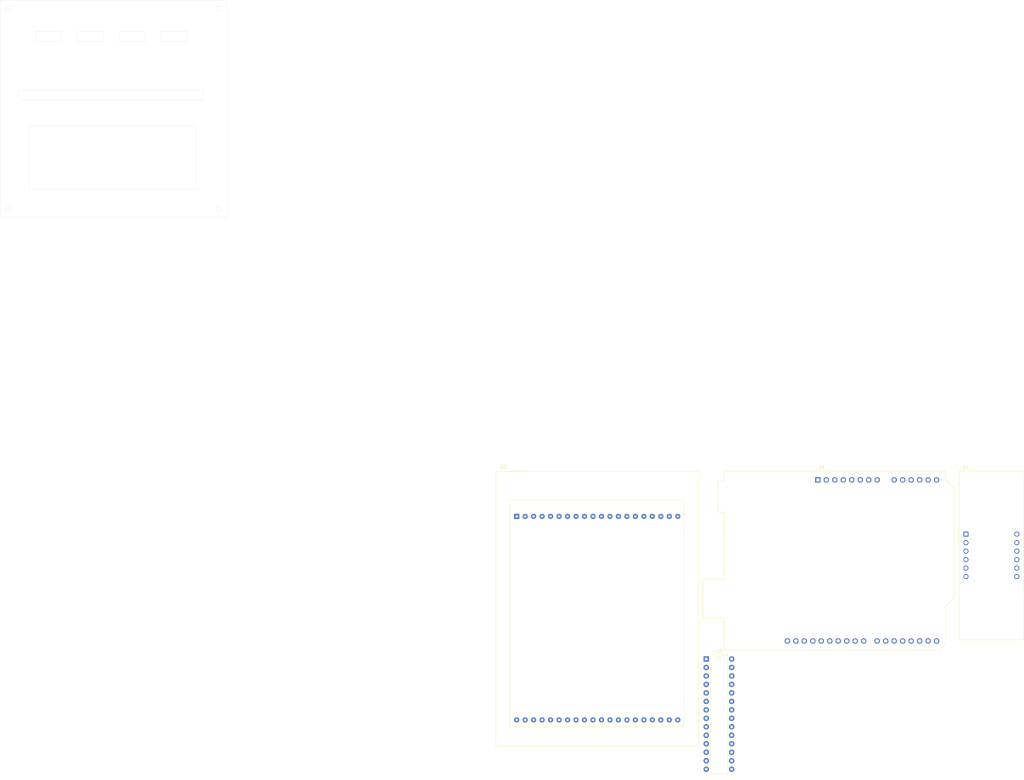
<source format=kicad_pcb>
(kicad_pcb (version 20171130) (host pcbnew "(5.1.7)-1")

  (general
    (thickness 1.6)
    (drawings 0)
    (tracks 0)
    (zones 0)
    (modules 4)
    (nets 113)
  )

  (page A4)
  (layers
    (0 F.Cu signal)
    (31 B.Cu signal)
    (32 B.Adhes user)
    (33 F.Adhes user)
    (34 B.Paste user)
    (35 F.Paste user)
    (36 B.SilkS user)
    (37 F.SilkS user)
    (38 B.Mask user)
    (39 F.Mask user)
    (40 Dwgs.User user)
    (41 Cmts.User user)
    (42 Eco1.User user)
    (43 Eco2.User user)
    (44 Edge.Cuts user)
    (45 Margin user)
    (46 B.CrtYd user)
    (47 F.CrtYd user)
    (48 B.Fab user)
    (49 F.Fab user)
  )

  (setup
    (last_trace_width 0.25)
    (trace_clearance 0.2)
    (zone_clearance 0.508)
    (zone_45_only no)
    (trace_min 0.2)
    (via_size 0.8)
    (via_drill 0.4)
    (via_min_size 0.4)
    (via_min_drill 0.3)
    (uvia_size 0.3)
    (uvia_drill 0.1)
    (uvias_allowed no)
    (uvia_min_size 0.2)
    (uvia_min_drill 0.1)
    (edge_width 0.05)
    (segment_width 0.2)
    (pcb_text_width 0.3)
    (pcb_text_size 1.5 1.5)
    (mod_edge_width 0.12)
    (mod_text_size 1 1)
    (mod_text_width 0.15)
    (pad_size 1.524 1.524)
    (pad_drill 0.762)
    (pad_to_mask_clearance 0)
    (aux_axis_origin 0 0)
    (visible_elements FFFFFF7F)
    (pcbplotparams
      (layerselection 0x010fc_ffffffff)
      (usegerberextensions false)
      (usegerberattributes true)
      (usegerberadvancedattributes true)
      (creategerberjobfile true)
      (excludeedgelayer true)
      (linewidth 0.100000)
      (plotframeref false)
      (viasonmask false)
      (mode 1)
      (useauxorigin false)
      (hpglpennumber 1)
      (hpglpenspeed 20)
      (hpglpendiameter 15.000000)
      (psnegative false)
      (psa4output false)
      (plotreference true)
      (plotvalue true)
      (plotinvisibletext false)
      (padsonsilk false)
      (subtractmaskfromsilk false)
      (outputformat 1)
      (mirror false)
      (drillshape 1)
      (scaleselection 1)
      (outputdirectory ""))
  )

  (net 0 "")
  (net 1 "Net-(A1-Pad16)")
  (net 2 "Net-(A1-Pad15)")
  (net 3 "Net-(A1-Pad30)")
  (net 4 "Net-(A1-Pad14)")
  (net 5 "Net-(A1-Pad29)")
  (net 6 "Net-(A1-Pad13)")
  (net 7 "Net-(A1-Pad28)")
  (net 8 "Net-(A1-Pad12)")
  (net 9 "Net-(A1-Pad27)")
  (net 10 "Net-(A1-Pad11)")
  (net 11 "Net-(A1-Pad26)")
  (net 12 "Net-(A1-Pad10)")
  (net 13 "Net-(A1-Pad25)")
  (net 14 "Net-(A1-Pad9)")
  (net 15 "Net-(A1-Pad24)")
  (net 16 "Net-(A1-Pad8)")
  (net 17 "Net-(A1-Pad23)")
  (net 18 "Net-(A1-Pad7)")
  (net 19 "Net-(A1-Pad22)")
  (net 20 "Net-(A1-Pad6)")
  (net 21 "Net-(A1-Pad21)")
  (net 22 "Net-(A1-Pad5)")
  (net 23 "Net-(A1-Pad20)")
  (net 24 "Net-(A1-Pad4)")
  (net 25 "Net-(A1-Pad19)")
  (net 26 "Net-(A1-Pad3)")
  (net 27 "Net-(A1-Pad18)")
  (net 28 "Net-(A1-Pad2)")
  (net 29 "Net-(A1-Pad17)")
  (net 30 "Net-(A1-Pad1)")
  (net 31 "Net-(A1-Pad31)")
  (net 32 "Net-(A1-Pad32)")
  (net 33 "Net-(U1-Pad12)")
  (net 34 "Net-(U1-Pad11)")
  (net 35 "Net-(U1-Pad10)")
  (net 36 "Net-(U1-Pad9)")
  (net 37 "Net-(U1-Pad8)")
  (net 38 "Net-(U1-Pad7)")
  (net 39 "Net-(U1-Pad6)")
  (net 40 "Net-(U1-Pad5)")
  (net 41 "Net-(U1-Pad4)")
  (net 42 "Net-(U1-Pad3)")
  (net 43 "Net-(U1-Pad2)")
  (net 44 "Net-(U1-Pad1)")
  (net 45 "Net-(U2-Pad28)")
  (net 46 "Net-(U2-Pad14)")
  (net 47 "Net-(U2-Pad27)")
  (net 48 "Net-(U2-Pad13)")
  (net 49 "Net-(U2-Pad26)")
  (net 50 "Net-(U2-Pad12)")
  (net 51 "Net-(U2-Pad25)")
  (net 52 "Net-(U2-Pad11)")
  (net 53 "Net-(U2-Pad24)")
  (net 54 "Net-(U2-Pad10)")
  (net 55 "Net-(U2-Pad23)")
  (net 56 "Net-(U2-Pad9)")
  (net 57 "Net-(U2-Pad22)")
  (net 58 "Net-(U2-Pad8)")
  (net 59 "Net-(U2-Pad21)")
  (net 60 "Net-(U2-Pad7)")
  (net 61 "Net-(U2-Pad20)")
  (net 62 "Net-(U2-Pad6)")
  (net 63 "Net-(U2-Pad19)")
  (net 64 "Net-(U2-Pad5)")
  (net 65 "Net-(U2-Pad18)")
  (net 66 "Net-(U2-Pad4)")
  (net 67 "Net-(U2-Pad17)")
  (net 68 "Net-(U2-Pad3)")
  (net 69 "Net-(U2-Pad16)")
  (net 70 "Net-(U2-Pad2)")
  (net 71 "Net-(U2-Pad15)")
  (net 72 "Net-(U2-Pad1)")
  (net 73 "Net-(U3-Pad40)")
  (net 74 "Net-(U3-Pad39)")
  (net 75 "Net-(U3-Pad38)")
  (net 76 "Net-(U3-Pad37)")
  (net 77 "Net-(U3-Pad36)")
  (net 78 "Net-(U3-Pad35)")
  (net 79 "Net-(U3-Pad34)")
  (net 80 "Net-(U3-Pad33)")
  (net 81 "Net-(U3-Pad32)")
  (net 82 "Net-(U3-Pad31)")
  (net 83 "Net-(U3-Pad30)")
  (net 84 "Net-(U3-Pad29)")
  (net 85 "Net-(U3-Pad28)")
  (net 86 "Net-(U3-Pad27)")
  (net 87 "Net-(U3-Pad26)")
  (net 88 "Net-(U3-Pad25)")
  (net 89 "Net-(U3-Pad24)")
  (net 90 "Net-(U3-Pad23)")
  (net 91 "Net-(U3-Pad22)")
  (net 92 "Net-(U3-Pad21)")
  (net 93 "Net-(U3-Pad20)")
  (net 94 "Net-(U3-Pad19)")
  (net 95 "Net-(U3-Pad18)")
  (net 96 "Net-(U3-Pad17)")
  (net 97 "Net-(U3-Pad16)")
  (net 98 "Net-(U3-Pad15)")
  (net 99 "Net-(U3-Pad14)")
  (net 100 "Net-(U3-Pad13)")
  (net 101 "Net-(U3-Pad12)")
  (net 102 "Net-(U3-Pad11)")
  (net 103 "Net-(U3-Pad10)")
  (net 104 "Net-(U3-Pad9)")
  (net 105 "Net-(U3-Pad8)")
  (net 106 "Net-(U3-Pad7)")
  (net 107 "Net-(U3-Pad6)")
  (net 108 "Net-(U3-Pad5)")
  (net 109 "Net-(U3-Pad4)")
  (net 110 "Net-(U3-Pad3)")
  (net 111 "Net-(U3-Pad2)")
  (net 112 "Net-(U3-Pad1)")

  (net_class Default "This is the default net class."
    (clearance 0.2)
    (trace_width 0.25)
    (via_dia 0.8)
    (via_drill 0.4)
    (uvia_dia 0.3)
    (uvia_drill 0.1)
    (add_net "Net-(A1-Pad1)")
    (add_net "Net-(A1-Pad10)")
    (add_net "Net-(A1-Pad11)")
    (add_net "Net-(A1-Pad12)")
    (add_net "Net-(A1-Pad13)")
    (add_net "Net-(A1-Pad14)")
    (add_net "Net-(A1-Pad15)")
    (add_net "Net-(A1-Pad16)")
    (add_net "Net-(A1-Pad17)")
    (add_net "Net-(A1-Pad18)")
    (add_net "Net-(A1-Pad19)")
    (add_net "Net-(A1-Pad2)")
    (add_net "Net-(A1-Pad20)")
    (add_net "Net-(A1-Pad21)")
    (add_net "Net-(A1-Pad22)")
    (add_net "Net-(A1-Pad23)")
    (add_net "Net-(A1-Pad24)")
    (add_net "Net-(A1-Pad25)")
    (add_net "Net-(A1-Pad26)")
    (add_net "Net-(A1-Pad27)")
    (add_net "Net-(A1-Pad28)")
    (add_net "Net-(A1-Pad29)")
    (add_net "Net-(A1-Pad3)")
    (add_net "Net-(A1-Pad30)")
    (add_net "Net-(A1-Pad31)")
    (add_net "Net-(A1-Pad32)")
    (add_net "Net-(A1-Pad4)")
    (add_net "Net-(A1-Pad5)")
    (add_net "Net-(A1-Pad6)")
    (add_net "Net-(A1-Pad7)")
    (add_net "Net-(A1-Pad8)")
    (add_net "Net-(A1-Pad9)")
    (add_net "Net-(U1-Pad1)")
    (add_net "Net-(U1-Pad10)")
    (add_net "Net-(U1-Pad11)")
    (add_net "Net-(U1-Pad12)")
    (add_net "Net-(U1-Pad2)")
    (add_net "Net-(U1-Pad3)")
    (add_net "Net-(U1-Pad4)")
    (add_net "Net-(U1-Pad5)")
    (add_net "Net-(U1-Pad6)")
    (add_net "Net-(U1-Pad7)")
    (add_net "Net-(U1-Pad8)")
    (add_net "Net-(U1-Pad9)")
    (add_net "Net-(U2-Pad1)")
    (add_net "Net-(U2-Pad10)")
    (add_net "Net-(U2-Pad11)")
    (add_net "Net-(U2-Pad12)")
    (add_net "Net-(U2-Pad13)")
    (add_net "Net-(U2-Pad14)")
    (add_net "Net-(U2-Pad15)")
    (add_net "Net-(U2-Pad16)")
    (add_net "Net-(U2-Pad17)")
    (add_net "Net-(U2-Pad18)")
    (add_net "Net-(U2-Pad19)")
    (add_net "Net-(U2-Pad2)")
    (add_net "Net-(U2-Pad20)")
    (add_net "Net-(U2-Pad21)")
    (add_net "Net-(U2-Pad22)")
    (add_net "Net-(U2-Pad23)")
    (add_net "Net-(U2-Pad24)")
    (add_net "Net-(U2-Pad25)")
    (add_net "Net-(U2-Pad26)")
    (add_net "Net-(U2-Pad27)")
    (add_net "Net-(U2-Pad28)")
    (add_net "Net-(U2-Pad3)")
    (add_net "Net-(U2-Pad4)")
    (add_net "Net-(U2-Pad5)")
    (add_net "Net-(U2-Pad6)")
    (add_net "Net-(U2-Pad7)")
    (add_net "Net-(U2-Pad8)")
    (add_net "Net-(U2-Pad9)")
    (add_net "Net-(U3-Pad1)")
    (add_net "Net-(U3-Pad10)")
    (add_net "Net-(U3-Pad11)")
    (add_net "Net-(U3-Pad12)")
    (add_net "Net-(U3-Pad13)")
    (add_net "Net-(U3-Pad14)")
    (add_net "Net-(U3-Pad15)")
    (add_net "Net-(U3-Pad16)")
    (add_net "Net-(U3-Pad17)")
    (add_net "Net-(U3-Pad18)")
    (add_net "Net-(U3-Pad19)")
    (add_net "Net-(U3-Pad2)")
    (add_net "Net-(U3-Pad20)")
    (add_net "Net-(U3-Pad21)")
    (add_net "Net-(U3-Pad22)")
    (add_net "Net-(U3-Pad23)")
    (add_net "Net-(U3-Pad24)")
    (add_net "Net-(U3-Pad25)")
    (add_net "Net-(U3-Pad26)")
    (add_net "Net-(U3-Pad27)")
    (add_net "Net-(U3-Pad28)")
    (add_net "Net-(U3-Pad29)")
    (add_net "Net-(U3-Pad3)")
    (add_net "Net-(U3-Pad30)")
    (add_net "Net-(U3-Pad31)")
    (add_net "Net-(U3-Pad32)")
    (add_net "Net-(U3-Pad33)")
    (add_net "Net-(U3-Pad34)")
    (add_net "Net-(U3-Pad35)")
    (add_net "Net-(U3-Pad36)")
    (add_net "Net-(U3-Pad37)")
    (add_net "Net-(U3-Pad38)")
    (add_net "Net-(U3-Pad39)")
    (add_net "Net-(U3-Pad4)")
    (add_net "Net-(U3-Pad40)")
    (add_net "Net-(U3-Pad5)")
    (add_net "Net-(U3-Pad6)")
    (add_net "Net-(U3-Pad7)")
    (add_net "Net-(U3-Pad8)")
    (add_net "Net-(U3-Pad9)")
  )

  (module Display:EA_eDIPTFT32-XXX (layer F.Cu) (tedit 5A02FE80) (tstamp 60143AB3)
    (at 97.74 56.655)
    (descr "TFT-graphic display 320x240 16 bit colour with led backlight http://www.lcd-module.com/fileadmin/eng/pdf/grafik/ediptft32-ae.pdf")
    (tags "TFT-graphic display 320x240 16 bit colour with led backlight")
    (path /60139C7A)
    (fp_text reference U3 (at -4.07924 -14.84122) (layer F.SilkS)
      (effects (font (size 1 1) (thickness 0.15)))
    )
    (fp_text value "TFT LCD" (at 1.1176 69.92874 180) (layer F.Fab)
      (effects (font (size 1 1) (thickness 0.15)))
    )
    (fp_text user %R (at 24.4983 28.6131) (layer F.Fab)
      (effects (font (size 1 1) (thickness 0.15)))
    )
    (fp_line (start 3 -13.69) (end -2 -13.69) (layer F.SilkS) (width 0.12))
    (fp_line (start -6.37 -13.57) (end -6.37 68.93) (layer F.CrtYd) (width 0.05))
    (fp_line (start -6.37 68.93) (end 54.63 68.93) (layer F.CrtYd) (width 0.05))
    (fp_line (start 54.63 68.93) (end 54.63 -13.57) (layer F.CrtYd) (width 0.05))
    (fp_line (start 54.63 -13.57) (end -6.37 -13.57) (layer F.CrtYd) (width 0.05))
    (fp_line (start -6.24 -13.44) (end -6.24 68.8) (layer F.SilkS) (width 0.12))
    (fp_line (start -6.24 68.8) (end 54.5 68.8) (layer F.SilkS) (width 0.12))
    (fp_line (start 54.5 68.8) (end 54.5 -13.44) (layer F.SilkS) (width 0.12))
    (fp_line (start 54.5 -13.44) (end -6.24 -13.44) (layer F.SilkS) (width 0.12))
    (fp_line (start -2 -5) (end -2 63) (layer F.SilkS) (width 0.12))
    (fp_line (start -2 63) (end 50 63) (layer F.SilkS) (width 0.12))
    (fp_line (start 50 63) (end 50 -5) (layer F.SilkS) (width 0.12))
    (fp_line (start 50 -5) (end -2 -5) (layer F.SilkS) (width 0.12))
    (fp_line (start -1 -13.32) (end -6.12 -13.32) (layer F.Fab) (width 0.1))
    (fp_line (start 0 -12.32) (end -1 -13.32) (layer F.Fab) (width 0.1))
    (fp_line (start 1 -13.32) (end 0 -12.32) (layer F.Fab) (width 0.1))
    (fp_line (start -6.12 -13.32) (end -6.12 68.68) (layer F.Fab) (width 0.1))
    (fp_line (start -6.12 68.68) (end 54.38 68.68) (layer F.Fab) (width 0.1))
    (fp_line (start 54.38 68.68) (end 54.38 -13.32) (layer F.Fab) (width 0.1))
    (fp_line (start 54.38 -13.32) (end 1 -13.32) (layer F.Fab) (width 0.1))
    (pad 40 thru_hole circle (at 0 60.96 90) (size 1.524 1.524) (drill 0.7) (layers *.Cu *.Mask)
      (net 73 "Net-(U3-Pad40)"))
    (pad 39 thru_hole circle (at 2.54 60.96 90) (size 1.524 1.524) (drill 0.7) (layers *.Cu *.Mask)
      (net 74 "Net-(U3-Pad39)"))
    (pad 38 thru_hole circle (at 5.08 60.96 90) (size 1.524 1.524) (drill 0.7) (layers *.Cu *.Mask)
      (net 75 "Net-(U3-Pad38)"))
    (pad 37 thru_hole circle (at 7.62 60.96 90) (size 1.524 1.524) (drill 0.7) (layers *.Cu *.Mask)
      (net 76 "Net-(U3-Pad37)"))
    (pad 36 thru_hole circle (at 10.16 60.96 90) (size 1.524 1.524) (drill 0.7) (layers *.Cu *.Mask)
      (net 77 "Net-(U3-Pad36)"))
    (pad 35 thru_hole circle (at 12.7 60.96 90) (size 1.524 1.524) (drill 0.7) (layers *.Cu *.Mask)
      (net 78 "Net-(U3-Pad35)"))
    (pad 34 thru_hole circle (at 15.24 60.96 90) (size 1.524 1.524) (drill 0.7) (layers *.Cu *.Mask)
      (net 79 "Net-(U3-Pad34)"))
    (pad 33 thru_hole circle (at 17.78 60.96 90) (size 1.524 1.524) (drill 0.7) (layers *.Cu *.Mask)
      (net 80 "Net-(U3-Pad33)"))
    (pad 32 thru_hole circle (at 20.32 60.96 90) (size 1.524 1.524) (drill 0.7) (layers *.Cu *.Mask)
      (net 81 "Net-(U3-Pad32)"))
    (pad 31 thru_hole circle (at 22.86 60.96 90) (size 1.524 1.524) (drill 0.7) (layers *.Cu *.Mask)
      (net 82 "Net-(U3-Pad31)"))
    (pad 30 thru_hole circle (at 25.4 60.96 90) (size 1.524 1.524) (drill 0.7) (layers *.Cu *.Mask)
      (net 83 "Net-(U3-Pad30)"))
    (pad 29 thru_hole circle (at 27.94 60.96 90) (size 1.524 1.524) (drill 0.7) (layers *.Cu *.Mask)
      (net 84 "Net-(U3-Pad29)"))
    (pad 28 thru_hole circle (at 30.48 60.96 90) (size 1.524 1.524) (drill 0.7) (layers *.Cu *.Mask)
      (net 85 "Net-(U3-Pad28)"))
    (pad 27 thru_hole circle (at 33.02 60.96 90) (size 1.524 1.524) (drill 0.7) (layers *.Cu *.Mask)
      (net 86 "Net-(U3-Pad27)"))
    (pad 26 thru_hole circle (at 35.56 60.96 90) (size 1.524 1.524) (drill 0.7) (layers *.Cu *.Mask)
      (net 87 "Net-(U3-Pad26)"))
    (pad 25 thru_hole circle (at 38.1 60.96 90) (size 1.524 1.524) (drill 0.7) (layers *.Cu *.Mask)
      (net 88 "Net-(U3-Pad25)"))
    (pad 24 thru_hole circle (at 40.64 60.96 90) (size 1.524 1.524) (drill 0.7) (layers *.Cu *.Mask)
      (net 89 "Net-(U3-Pad24)"))
    (pad 23 thru_hole circle (at 43.18 60.96 90) (size 1.524 1.524) (drill 0.7) (layers *.Cu *.Mask)
      (net 90 "Net-(U3-Pad23)"))
    (pad 22 thru_hole circle (at 45.72 60.96 90) (size 1.524 1.524) (drill 0.7) (layers *.Cu *.Mask)
      (net 91 "Net-(U3-Pad22)"))
    (pad 21 thru_hole circle (at 48.26 60.96 90) (size 1.524 1.524) (drill 0.7) (layers *.Cu *.Mask)
      (net 92 "Net-(U3-Pad21)"))
    (pad 20 thru_hole circle (at 48.26 0 90) (size 1.524 1.524) (drill 0.7) (layers *.Cu *.Mask)
      (net 93 "Net-(U3-Pad20)"))
    (pad 19 thru_hole circle (at 45.72 0 90) (size 1.524 1.524) (drill 0.7) (layers *.Cu *.Mask)
      (net 94 "Net-(U3-Pad19)"))
    (pad 18 thru_hole circle (at 43.18 0 90) (size 1.524 1.524) (drill 0.7) (layers *.Cu *.Mask)
      (net 95 "Net-(U3-Pad18)"))
    (pad 17 thru_hole circle (at 40.64 0 90) (size 1.524 1.524) (drill 0.7) (layers *.Cu *.Mask)
      (net 96 "Net-(U3-Pad17)"))
    (pad 16 thru_hole circle (at 38.1 0 90) (size 1.524 1.524) (drill 0.7) (layers *.Cu *.Mask)
      (net 97 "Net-(U3-Pad16)"))
    (pad 15 thru_hole circle (at 35.56 0 90) (size 1.524 1.524) (drill 0.7) (layers *.Cu *.Mask)
      (net 98 "Net-(U3-Pad15)"))
    (pad 14 thru_hole circle (at 33.02 0 90) (size 1.524 1.524) (drill 0.7) (layers *.Cu *.Mask)
      (net 99 "Net-(U3-Pad14)"))
    (pad 13 thru_hole circle (at 30.48 0 90) (size 1.524 1.524) (drill 0.7) (layers *.Cu *.Mask)
      (net 100 "Net-(U3-Pad13)"))
    (pad 12 thru_hole circle (at 27.94 0 90) (size 1.524 1.524) (drill 0.7) (layers *.Cu *.Mask)
      (net 101 "Net-(U3-Pad12)"))
    (pad 11 thru_hole circle (at 25.4 0 90) (size 1.524 1.524) (drill 0.7) (layers *.Cu *.Mask)
      (net 102 "Net-(U3-Pad11)"))
    (pad 10 thru_hole circle (at 22.86 0 90) (size 1.524 1.524) (drill 0.7) (layers *.Cu *.Mask)
      (net 103 "Net-(U3-Pad10)"))
    (pad 9 thru_hole circle (at 20.32 0 90) (size 1.524 1.524) (drill 0.7) (layers *.Cu *.Mask)
      (net 104 "Net-(U3-Pad9)"))
    (pad 8 thru_hole circle (at 17.78 0 90) (size 1.524 1.524) (drill 0.7) (layers *.Cu *.Mask)
      (net 105 "Net-(U3-Pad8)"))
    (pad 7 thru_hole circle (at 15.24 0 90) (size 1.524 1.524) (drill 0.7) (layers *.Cu *.Mask)
      (net 106 "Net-(U3-Pad7)"))
    (pad 6 thru_hole circle (at 12.7 0 90) (size 1.524 1.524) (drill 0.7) (layers *.Cu *.Mask)
      (net 107 "Net-(U3-Pad6)"))
    (pad 5 thru_hole circle (at 10.16 0 90) (size 1.524 1.524) (drill 0.7) (layers *.Cu *.Mask)
      (net 108 "Net-(U3-Pad5)"))
    (pad 4 thru_hole circle (at 7.62 0 90) (size 1.524 1.524) (drill 0.7) (layers *.Cu *.Mask)
      (net 109 "Net-(U3-Pad4)"))
    (pad 3 thru_hole circle (at 5.08 0 90) (size 1.524 1.524) (drill 0.7) (layers *.Cu *.Mask)
      (net 110 "Net-(U3-Pad3)"))
    (pad 2 thru_hole circle (at 2.54 0 90) (size 1.524 1.524) (drill 0.7) (layers *.Cu *.Mask)
      (net 111 "Net-(U3-Pad2)"))
    (pad 1 thru_hole rect (at 0 0) (size 1.524 1.524) (drill 0.7) (layers *.Cu *.Mask)
      (net 112 "Net-(U3-Pad1)"))
    (model ${KISYS3DMOD}/Display.3dshapes/EA_eDIPTFT32-XXX.wrl
      (at (xyz 0 0 0))
      (scale (xyz 1 1 1))
      (rotate (xyz 0 0 0))
    )
  )

  (module Package_DIP:DIP-28_W7.62mm (layer F.Cu) (tedit 5A02E8C5) (tstamp 60143A72)
    (at 154.52 99.37)
    (descr "28-lead though-hole mounted DIP package, row spacing 7.62 mm (300 mils)")
    (tags "THT DIP DIL PDIP 2.54mm 7.62mm 300mil")
    (path /60138A73)
    (fp_text reference U2 (at 3.81 -2.33) (layer F.SilkS)
      (effects (font (size 1 1) (thickness 0.15)))
    )
    (fp_text value "MCP23017_SP Expander Module" (at 3.81 35.35) (layer F.Fab)
      (effects (font (size 1 1) (thickness 0.15)))
    )
    (fp_text user %R (at 3.81 16.51) (layer F.Fab)
      (effects (font (size 1 1) (thickness 0.15)))
    )
    (fp_arc (start 3.81 -1.33) (end 2.81 -1.33) (angle -180) (layer F.SilkS) (width 0.12))
    (fp_line (start 1.635 -1.27) (end 6.985 -1.27) (layer F.Fab) (width 0.1))
    (fp_line (start 6.985 -1.27) (end 6.985 34.29) (layer F.Fab) (width 0.1))
    (fp_line (start 6.985 34.29) (end 0.635 34.29) (layer F.Fab) (width 0.1))
    (fp_line (start 0.635 34.29) (end 0.635 -0.27) (layer F.Fab) (width 0.1))
    (fp_line (start 0.635 -0.27) (end 1.635 -1.27) (layer F.Fab) (width 0.1))
    (fp_line (start 2.81 -1.33) (end 1.16 -1.33) (layer F.SilkS) (width 0.12))
    (fp_line (start 1.16 -1.33) (end 1.16 34.35) (layer F.SilkS) (width 0.12))
    (fp_line (start 1.16 34.35) (end 6.46 34.35) (layer F.SilkS) (width 0.12))
    (fp_line (start 6.46 34.35) (end 6.46 -1.33) (layer F.SilkS) (width 0.12))
    (fp_line (start 6.46 -1.33) (end 4.81 -1.33) (layer F.SilkS) (width 0.12))
    (fp_line (start -1.1 -1.55) (end -1.1 34.55) (layer F.CrtYd) (width 0.05))
    (fp_line (start -1.1 34.55) (end 8.7 34.55) (layer F.CrtYd) (width 0.05))
    (fp_line (start 8.7 34.55) (end 8.7 -1.55) (layer F.CrtYd) (width 0.05))
    (fp_line (start 8.7 -1.55) (end -1.1 -1.55) (layer F.CrtYd) (width 0.05))
    (pad 28 thru_hole oval (at 7.62 0) (size 1.6 1.6) (drill 0.8) (layers *.Cu *.Mask)
      (net 45 "Net-(U2-Pad28)"))
    (pad 14 thru_hole oval (at 0 33.02) (size 1.6 1.6) (drill 0.8) (layers *.Cu *.Mask)
      (net 46 "Net-(U2-Pad14)"))
    (pad 27 thru_hole oval (at 7.62 2.54) (size 1.6 1.6) (drill 0.8) (layers *.Cu *.Mask)
      (net 47 "Net-(U2-Pad27)"))
    (pad 13 thru_hole oval (at 0 30.48) (size 1.6 1.6) (drill 0.8) (layers *.Cu *.Mask)
      (net 48 "Net-(U2-Pad13)"))
    (pad 26 thru_hole oval (at 7.62 5.08) (size 1.6 1.6) (drill 0.8) (layers *.Cu *.Mask)
      (net 49 "Net-(U2-Pad26)"))
    (pad 12 thru_hole oval (at 0 27.94) (size 1.6 1.6) (drill 0.8) (layers *.Cu *.Mask)
      (net 50 "Net-(U2-Pad12)"))
    (pad 25 thru_hole oval (at 7.62 7.62) (size 1.6 1.6) (drill 0.8) (layers *.Cu *.Mask)
      (net 51 "Net-(U2-Pad25)"))
    (pad 11 thru_hole oval (at 0 25.4) (size 1.6 1.6) (drill 0.8) (layers *.Cu *.Mask)
      (net 52 "Net-(U2-Pad11)"))
    (pad 24 thru_hole oval (at 7.62 10.16) (size 1.6 1.6) (drill 0.8) (layers *.Cu *.Mask)
      (net 53 "Net-(U2-Pad24)"))
    (pad 10 thru_hole oval (at 0 22.86) (size 1.6 1.6) (drill 0.8) (layers *.Cu *.Mask)
      (net 54 "Net-(U2-Pad10)"))
    (pad 23 thru_hole oval (at 7.62 12.7) (size 1.6 1.6) (drill 0.8) (layers *.Cu *.Mask)
      (net 55 "Net-(U2-Pad23)"))
    (pad 9 thru_hole oval (at 0 20.32) (size 1.6 1.6) (drill 0.8) (layers *.Cu *.Mask)
      (net 56 "Net-(U2-Pad9)"))
    (pad 22 thru_hole oval (at 7.62 15.24) (size 1.6 1.6) (drill 0.8) (layers *.Cu *.Mask)
      (net 57 "Net-(U2-Pad22)"))
    (pad 8 thru_hole oval (at 0 17.78) (size 1.6 1.6) (drill 0.8) (layers *.Cu *.Mask)
      (net 58 "Net-(U2-Pad8)"))
    (pad 21 thru_hole oval (at 7.62 17.78) (size 1.6 1.6) (drill 0.8) (layers *.Cu *.Mask)
      (net 59 "Net-(U2-Pad21)"))
    (pad 7 thru_hole oval (at 0 15.24) (size 1.6 1.6) (drill 0.8) (layers *.Cu *.Mask)
      (net 60 "Net-(U2-Pad7)"))
    (pad 20 thru_hole oval (at 7.62 20.32) (size 1.6 1.6) (drill 0.8) (layers *.Cu *.Mask)
      (net 61 "Net-(U2-Pad20)"))
    (pad 6 thru_hole oval (at 0 12.7) (size 1.6 1.6) (drill 0.8) (layers *.Cu *.Mask)
      (net 62 "Net-(U2-Pad6)"))
    (pad 19 thru_hole oval (at 7.62 22.86) (size 1.6 1.6) (drill 0.8) (layers *.Cu *.Mask)
      (net 63 "Net-(U2-Pad19)"))
    (pad 5 thru_hole oval (at 0 10.16) (size 1.6 1.6) (drill 0.8) (layers *.Cu *.Mask)
      (net 64 "Net-(U2-Pad5)"))
    (pad 18 thru_hole oval (at 7.62 25.4) (size 1.6 1.6) (drill 0.8) (layers *.Cu *.Mask)
      (net 65 "Net-(U2-Pad18)"))
    (pad 4 thru_hole oval (at 0 7.62) (size 1.6 1.6) (drill 0.8) (layers *.Cu *.Mask)
      (net 66 "Net-(U2-Pad4)"))
    (pad 17 thru_hole oval (at 7.62 27.94) (size 1.6 1.6) (drill 0.8) (layers *.Cu *.Mask)
      (net 67 "Net-(U2-Pad17)"))
    (pad 3 thru_hole oval (at 0 5.08) (size 1.6 1.6) (drill 0.8) (layers *.Cu *.Mask)
      (net 68 "Net-(U2-Pad3)"))
    (pad 16 thru_hole oval (at 7.62 30.48) (size 1.6 1.6) (drill 0.8) (layers *.Cu *.Mask)
      (net 69 "Net-(U2-Pad16)"))
    (pad 2 thru_hole oval (at 0 2.54) (size 1.6 1.6) (drill 0.8) (layers *.Cu *.Mask)
      (net 70 "Net-(U2-Pad2)"))
    (pad 15 thru_hole oval (at 7.62 33.02) (size 1.6 1.6) (drill 0.8) (layers *.Cu *.Mask)
      (net 71 "Net-(U2-Pad15)"))
    (pad 1 thru_hole rect (at 0 0) (size 1.6 1.6) (drill 0.8) (layers *.Cu *.Mask)
      (net 72 "Net-(U2-Pad1)"))
    (model ${KISYS3DMOD}/Package_DIP.3dshapes/DIP-28_W7.62mm.wrl
      (at (xyz 0 0 0))
      (scale (xyz 1 1 1))
      (rotate (xyz 0 0 0))
    )
  )

  (module Display_7Segment:CA56-12SURKWA (layer F.Cu) (tedit 5A02FE84) (tstamp 60143A42)
    (at 232.315 61.98)
    (descr "4 digit 7 segment green LED, http://www.kingbright.com/attachments/file/psearch/000/00/00/CA56-12SURKWA(Ver.8A).pdf")
    (tags "4 digit 7 segment green LED")
    (path /601370CE)
    (fp_text reference U1 (at 0 -20) (layer F.SilkS)
      (effects (font (size 1 1) (thickness 0.15)))
    )
    (fp_text value CA56-12SURKWA (at 4.4 32.8) (layer F.Fab)
      (effects (font (size 1 1) (thickness 0.15)))
    )
    (fp_text user %R (at 8.128 6.604) (layer F.Fab)
      (effects (font (size 1 1) (thickness 0.15)))
    )
    (fp_line (start -2 -18.92) (end 17.24 -18.92) (layer F.SilkS) (width 0.12))
    (fp_line (start -2 -18.92) (end -2 31.62) (layer F.SilkS) (width 0.12))
    (fp_line (start -2 31.62) (end 17.24 31.62) (layer F.SilkS) (width 0.12))
    (fp_line (start 17.24 31.62) (end 17.24 -18.92) (layer F.SilkS) (width 0.12))
    (fp_line (start -1.88 1) (end -0.88 0) (layer F.Fab) (width 0.1))
    (fp_line (start -0.88 0) (end -1.88 -1) (layer F.Fab) (width 0.1))
    (fp_line (start -1.88 -1) (end -1.88 -18.8) (layer F.Fab) (width 0.1))
    (fp_line (start -2.13 -19.05) (end 17.37 -19.05) (layer F.CrtYd) (width 0.05))
    (fp_line (start 17.37 -19.05) (end 17.37 31.75) (layer F.CrtYd) (width 0.05))
    (fp_line (start 17.37 31.75) (end -2.13 31.75) (layer F.CrtYd) (width 0.05))
    (fp_line (start -2.13 31.75) (end -2.13 -19.05) (layer F.CrtYd) (width 0.05))
    (fp_line (start -2.38 -1) (end -2.38 1) (layer F.SilkS) (width 0.12))
    (fp_line (start -1.88 -18.8) (end 17.12 -18.8) (layer F.Fab) (width 0.1))
    (fp_line (start 17.12 -18.8) (end 17.12 31.5) (layer F.Fab) (width 0.1))
    (fp_line (start -1.88 31.5) (end 17.12 31.5) (layer F.Fab) (width 0.1))
    (fp_line (start -1.88 1) (end -1.88 31.5) (layer F.Fab) (width 0.1))
    (pad 12 thru_hole circle (at 15.24 0) (size 1.5 1.5) (drill 1) (layers *.Cu *.Mask)
      (net 33 "Net-(U1-Pad12)"))
    (pad 11 thru_hole circle (at 15.24 2.54) (size 1.5 1.5) (drill 1) (layers *.Cu *.Mask)
      (net 34 "Net-(U1-Pad11)"))
    (pad 10 thru_hole circle (at 15.24 5.08) (size 1.5 1.5) (drill 1) (layers *.Cu *.Mask)
      (net 35 "Net-(U1-Pad10)"))
    (pad 9 thru_hole circle (at 15.24 7.62) (size 1.5 1.5) (drill 1) (layers *.Cu *.Mask)
      (net 36 "Net-(U1-Pad9)"))
    (pad 8 thru_hole circle (at 15.24 10.16) (size 1.5 1.5) (drill 1) (layers *.Cu *.Mask)
      (net 37 "Net-(U1-Pad8)"))
    (pad 7 thru_hole circle (at 15.24 12.7) (size 1.5 1.5) (drill 1) (layers *.Cu *.Mask)
      (net 38 "Net-(U1-Pad7)"))
    (pad 6 thru_hole circle (at 0 12.7) (size 1.5 1.5) (drill 1) (layers *.Cu *.Mask)
      (net 39 "Net-(U1-Pad6)"))
    (pad 5 thru_hole circle (at 0 10.16) (size 1.5 1.5) (drill 1) (layers *.Cu *.Mask)
      (net 40 "Net-(U1-Pad5)"))
    (pad 4 thru_hole circle (at 0 7.62) (size 1.5 1.5) (drill 1) (layers *.Cu *.Mask)
      (net 41 "Net-(U1-Pad4)"))
    (pad 3 thru_hole circle (at 0 5.08) (size 1.5 1.5) (drill 1) (layers *.Cu *.Mask)
      (net 42 "Net-(U1-Pad3)"))
    (pad 2 thru_hole circle (at 0 2.54) (size 1.5 1.5) (drill 1) (layers *.Cu *.Mask)
      (net 43 "Net-(U1-Pad2)"))
    (pad 1 thru_hole rect (at 0 0) (size 1.5 1.5) (drill 1) (layers *.Cu *.Mask)
      (net 44 "Net-(U1-Pad1)"))
    (model ${KISYS3DMOD}/Display_7Segment.3dshapes/CA56-12SURKWA.wrl
      (at (xyz 0 0 0))
      (scale (xyz 1 1 1))
      (rotate (xyz 0 0 0))
    )
  )

  (module Module:Arduino_UNO_R3 (layer F.Cu) (tedit 58AB60FC) (tstamp 60143A21)
    (at 187.96 45.72)
    (descr "Arduino UNO R3, http://www.mouser.com/pdfdocs/Gravitech_Arduino_Nano3_0.pdf")
    (tags "Arduino UNO R3")
    (path /6012FC96)
    (fp_text reference A1 (at 1.27 -3.81 180) (layer F.SilkS)
      (effects (font (size 1 1) (thickness 0.15)))
    )
    (fp_text value Arduino_UNO_R3 (at 0 22.86) (layer F.Fab)
      (effects (font (size 1 1) (thickness 0.15)))
    )
    (fp_text user %R (at 0 20.32 180) (layer F.Fab)
      (effects (font (size 1 1) (thickness 0.15)))
    )
    (fp_line (start 38.35 -2.79) (end 38.35 0) (layer F.CrtYd) (width 0.05))
    (fp_line (start 38.35 0) (end 40.89 2.54) (layer F.CrtYd) (width 0.05))
    (fp_line (start 40.89 2.54) (end 40.89 35.31) (layer F.CrtYd) (width 0.05))
    (fp_line (start 40.89 35.31) (end 38.35 37.85) (layer F.CrtYd) (width 0.05))
    (fp_line (start 38.35 37.85) (end 38.35 49.28) (layer F.CrtYd) (width 0.05))
    (fp_line (start 38.35 49.28) (end 36.58 51.05) (layer F.CrtYd) (width 0.05))
    (fp_line (start 36.58 51.05) (end -28.19 51.05) (layer F.CrtYd) (width 0.05))
    (fp_line (start -28.19 51.05) (end -28.19 41.53) (layer F.CrtYd) (width 0.05))
    (fp_line (start -28.19 41.53) (end -34.54 41.53) (layer F.CrtYd) (width 0.05))
    (fp_line (start -34.54 41.53) (end -34.54 29.59) (layer F.CrtYd) (width 0.05))
    (fp_line (start -34.54 29.59) (end -28.19 29.59) (layer F.CrtYd) (width 0.05))
    (fp_line (start -28.19 29.59) (end -28.19 9.78) (layer F.CrtYd) (width 0.05))
    (fp_line (start -28.19 9.78) (end -30.1 9.78) (layer F.CrtYd) (width 0.05))
    (fp_line (start -30.1 9.78) (end -30.1 0.38) (layer F.CrtYd) (width 0.05))
    (fp_line (start -30.1 0.38) (end -28.19 0.38) (layer F.CrtYd) (width 0.05))
    (fp_line (start -28.19 0.38) (end -28.19 -2.79) (layer F.CrtYd) (width 0.05))
    (fp_line (start -28.19 -2.79) (end 38.35 -2.79) (layer F.CrtYd) (width 0.05))
    (fp_line (start 40.77 35.31) (end 40.77 2.54) (layer F.SilkS) (width 0.12))
    (fp_line (start 40.77 2.54) (end 38.23 0) (layer F.SilkS) (width 0.12))
    (fp_line (start 38.23 0) (end 38.23 -2.67) (layer F.SilkS) (width 0.12))
    (fp_line (start 38.23 -2.67) (end -28.07 -2.67) (layer F.SilkS) (width 0.12))
    (fp_line (start -28.07 -2.67) (end -28.07 0.51) (layer F.SilkS) (width 0.12))
    (fp_line (start -28.07 0.51) (end -29.97 0.51) (layer F.SilkS) (width 0.12))
    (fp_line (start -29.97 0.51) (end -29.97 9.65) (layer F.SilkS) (width 0.12))
    (fp_line (start -29.97 9.65) (end -28.07 9.65) (layer F.SilkS) (width 0.12))
    (fp_line (start -28.07 9.65) (end -28.07 29.72) (layer F.SilkS) (width 0.12))
    (fp_line (start -28.07 29.72) (end -34.42 29.72) (layer F.SilkS) (width 0.12))
    (fp_line (start -34.42 29.72) (end -34.42 41.4) (layer F.SilkS) (width 0.12))
    (fp_line (start -34.42 41.4) (end -28.07 41.4) (layer F.SilkS) (width 0.12))
    (fp_line (start -28.07 41.4) (end -28.07 50.93) (layer F.SilkS) (width 0.12))
    (fp_line (start -28.07 50.93) (end 36.58 50.93) (layer F.SilkS) (width 0.12))
    (fp_line (start 36.58 50.93) (end 38.23 49.28) (layer F.SilkS) (width 0.12))
    (fp_line (start 38.23 49.28) (end 38.23 37.85) (layer F.SilkS) (width 0.12))
    (fp_line (start 38.23 37.85) (end 40.77 35.31) (layer F.SilkS) (width 0.12))
    (fp_line (start -34.29 29.84) (end -18.41 29.84) (layer F.Fab) (width 0.1))
    (fp_line (start -18.41 29.84) (end -18.41 41.27) (layer F.Fab) (width 0.1))
    (fp_line (start -18.41 41.27) (end -34.29 41.27) (layer F.Fab) (width 0.1))
    (fp_line (start -34.29 41.27) (end -34.29 29.84) (layer F.Fab) (width 0.1))
    (fp_line (start -29.84 0.64) (end -16.51 0.64) (layer F.Fab) (width 0.1))
    (fp_line (start -16.51 0.64) (end -16.51 9.53) (layer F.Fab) (width 0.1))
    (fp_line (start -16.51 9.53) (end -29.84 9.53) (layer F.Fab) (width 0.1))
    (fp_line (start -29.84 9.53) (end -29.84 0.64) (layer F.Fab) (width 0.1))
    (fp_line (start 38.1 37.85) (end 38.1 49.28) (layer F.Fab) (width 0.1))
    (fp_line (start 40.64 2.54) (end 40.64 35.31) (layer F.Fab) (width 0.1))
    (fp_line (start 40.64 35.31) (end 38.1 37.85) (layer F.Fab) (width 0.1))
    (fp_line (start 38.1 -2.54) (end 38.1 0) (layer F.Fab) (width 0.1))
    (fp_line (start 38.1 0) (end 40.64 2.54) (layer F.Fab) (width 0.1))
    (fp_line (start 38.1 49.28) (end 36.58 50.8) (layer F.Fab) (width 0.1))
    (fp_line (start 36.58 50.8) (end -27.94 50.8) (layer F.Fab) (width 0.1))
    (fp_line (start -27.94 50.8) (end -27.94 -2.54) (layer F.Fab) (width 0.1))
    (fp_line (start -27.94 -2.54) (end 38.1 -2.54) (layer F.Fab) (width 0.1))
    (pad 16 thru_hole oval (at 33.02 48.26 90) (size 1.6 1.6) (drill 1) (layers *.Cu *.Mask)
      (net 1 "Net-(A1-Pad16)"))
    (pad 15 thru_hole oval (at 35.56 48.26 90) (size 1.6 1.6) (drill 1) (layers *.Cu *.Mask)
      (net 2 "Net-(A1-Pad15)"))
    (pad 30 thru_hole oval (at -4.06 48.26 90) (size 1.6 1.6) (drill 1) (layers *.Cu *.Mask)
      (net 3 "Net-(A1-Pad30)"))
    (pad 14 thru_hole oval (at 35.56 0 90) (size 1.6 1.6) (drill 1) (layers *.Cu *.Mask)
      (net 4 "Net-(A1-Pad14)"))
    (pad 29 thru_hole oval (at -1.52 48.26 90) (size 1.6 1.6) (drill 1) (layers *.Cu *.Mask)
      (net 5 "Net-(A1-Pad29)"))
    (pad 13 thru_hole oval (at 33.02 0 90) (size 1.6 1.6) (drill 1) (layers *.Cu *.Mask)
      (net 6 "Net-(A1-Pad13)"))
    (pad 28 thru_hole oval (at 1.02 48.26 90) (size 1.6 1.6) (drill 1) (layers *.Cu *.Mask)
      (net 7 "Net-(A1-Pad28)"))
    (pad 12 thru_hole oval (at 30.48 0 90) (size 1.6 1.6) (drill 1) (layers *.Cu *.Mask)
      (net 8 "Net-(A1-Pad12)"))
    (pad 27 thru_hole oval (at 3.56 48.26 90) (size 1.6 1.6) (drill 1) (layers *.Cu *.Mask)
      (net 9 "Net-(A1-Pad27)"))
    (pad 11 thru_hole oval (at 27.94 0 90) (size 1.6 1.6) (drill 1) (layers *.Cu *.Mask)
      (net 10 "Net-(A1-Pad11)"))
    (pad 26 thru_hole oval (at 6.1 48.26 90) (size 1.6 1.6) (drill 1) (layers *.Cu *.Mask)
      (net 11 "Net-(A1-Pad26)"))
    (pad 10 thru_hole oval (at 25.4 0 90) (size 1.6 1.6) (drill 1) (layers *.Cu *.Mask)
      (net 12 "Net-(A1-Pad10)"))
    (pad 25 thru_hole oval (at 8.64 48.26 90) (size 1.6 1.6) (drill 1) (layers *.Cu *.Mask)
      (net 13 "Net-(A1-Pad25)"))
    (pad 9 thru_hole oval (at 22.86 0 90) (size 1.6 1.6) (drill 1) (layers *.Cu *.Mask)
      (net 14 "Net-(A1-Pad9)"))
    (pad 24 thru_hole oval (at 11.18 48.26 90) (size 1.6 1.6) (drill 1) (layers *.Cu *.Mask)
      (net 15 "Net-(A1-Pad24)"))
    (pad 8 thru_hole oval (at 17.78 0 90) (size 1.6 1.6) (drill 1) (layers *.Cu *.Mask)
      (net 16 "Net-(A1-Pad8)"))
    (pad 23 thru_hole oval (at 13.72 48.26 90) (size 1.6 1.6) (drill 1) (layers *.Cu *.Mask)
      (net 17 "Net-(A1-Pad23)"))
    (pad 7 thru_hole oval (at 15.24 0 90) (size 1.6 1.6) (drill 1) (layers *.Cu *.Mask)
      (net 18 "Net-(A1-Pad7)"))
    (pad 22 thru_hole oval (at 17.78 48.26 90) (size 1.6 1.6) (drill 1) (layers *.Cu *.Mask)
      (net 19 "Net-(A1-Pad22)"))
    (pad 6 thru_hole oval (at 12.7 0 90) (size 1.6 1.6) (drill 1) (layers *.Cu *.Mask)
      (net 20 "Net-(A1-Pad6)"))
    (pad 21 thru_hole oval (at 20.32 48.26 90) (size 1.6 1.6) (drill 1) (layers *.Cu *.Mask)
      (net 21 "Net-(A1-Pad21)"))
    (pad 5 thru_hole oval (at 10.16 0 90) (size 1.6 1.6) (drill 1) (layers *.Cu *.Mask)
      (net 22 "Net-(A1-Pad5)"))
    (pad 20 thru_hole oval (at 22.86 48.26 90) (size 1.6 1.6) (drill 1) (layers *.Cu *.Mask)
      (net 23 "Net-(A1-Pad20)"))
    (pad 4 thru_hole oval (at 7.62 0 90) (size 1.6 1.6) (drill 1) (layers *.Cu *.Mask)
      (net 24 "Net-(A1-Pad4)"))
    (pad 19 thru_hole oval (at 25.4 48.26 90) (size 1.6 1.6) (drill 1) (layers *.Cu *.Mask)
      (net 25 "Net-(A1-Pad19)"))
    (pad 3 thru_hole oval (at 5.08 0 90) (size 1.6 1.6) (drill 1) (layers *.Cu *.Mask)
      (net 26 "Net-(A1-Pad3)"))
    (pad 18 thru_hole oval (at 27.94 48.26 90) (size 1.6 1.6) (drill 1) (layers *.Cu *.Mask)
      (net 27 "Net-(A1-Pad18)"))
    (pad 2 thru_hole oval (at 2.54 0 90) (size 1.6 1.6) (drill 1) (layers *.Cu *.Mask)
      (net 28 "Net-(A1-Pad2)"))
    (pad 17 thru_hole oval (at 30.48 48.26 90) (size 1.6 1.6) (drill 1) (layers *.Cu *.Mask)
      (net 29 "Net-(A1-Pad17)"))
    (pad 1 thru_hole rect (at 0 0 90) (size 1.6 1.6) (drill 1) (layers *.Cu *.Mask)
      (net 30 "Net-(A1-Pad1)"))
    (pad 31 thru_hole oval (at -6.6 48.26 90) (size 1.6 1.6) (drill 1) (layers *.Cu *.Mask)
      (net 31 "Net-(A1-Pad31)"))
    (pad 32 thru_hole oval (at -9.14 48.26 90) (size 1.6 1.6) (drill 1) (layers *.Cu *.Mask)
      (net 32 "Net-(A1-Pad32)"))
    (model ${KISYS3DMOD}/Module.3dshapes/Arduino_UNO_R3.wrl
      (at (xyz 0 0 0))
      (scale (xyz 1 1 1))
      (rotate (xyz 0 0 0))
    )
  )


  (gr_line (start -46.385 -88.576) (end -38.685 -88.576) (angle 90) (layer Edge.Cuts) (width 0.05))
  (gr_line (start -38.685 -88.576) (end -38.685 -85.576) (angle 90) (layer Edge.Cuts) (width 0.05))
  (gr_line (start -38.685 -85.576) (end -46.385 -85.576) (angle 90) (layer Edge.Cuts) (width 0.05))
  (gr_line (start -46.385 -85.576) (end -46.385 -88.576) (angle 90) (layer Edge.Cuts) (width 0.05))
  (gr_line (start -33.815 -88.578) (end -26.115 -88.578) (angle 90) (layer Edge.Cuts) (width 0.05))
  (gr_line (start -26.115 -88.578) (end -26.115 -85.578) (angle 90) (layer Edge.Cuts) (width 0.05))
  (gr_line (start -26.115 -85.578) (end -33.815 -85.578) (angle 90) (layer Edge.Cuts) (width 0.05))
  (gr_line (start -33.815 -85.578) (end -33.815 -88.578) (angle 90) (layer Edge.Cuts) (width 0.05))
  (gr_line (start -21.245 -88.579) (end -13.545 -88.579) (angle 90) (layer Edge.Cuts) (width 0.05))
  (gr_line (start -13.545 -88.579) (end -13.545 -85.579) (angle 90) (layer Edge.Cuts) (width 0.05))
  (gr_line (start -13.545 -85.579) (end -21.245 -85.579) (angle 90) (layer Edge.Cuts) (width 0.05))
  (gr_line (start -21.245 -85.579) (end -21.245 -88.579) (angle 90) (layer Edge.Cuts) (width 0.05))
  (gr_line (start -8.675 -88.581) (end -0.975 -88.581) (angle 90) (layer Edge.Cuts) (width 0.05))
  (gr_line (start -0.975 -88.581) (end -0.975 -85.581) (angle 90) (layer Edge.Cuts) (width 0.05))
  (gr_line (start -0.975 -85.581) (end -8.675 -85.581) (angle 90) (layer Edge.Cuts) (width 0.05))
  (gr_line (start -8.675 -85.581) (end -8.675 -88.581) (angle 90) (layer Edge.Cuts) (width 0.05))
  (gr_line (start -51.204 -70.998) (end 3.796 -70.998) (angle 90) (layer Edge.Cuts) (width 0.05))
  (gr_line (start 3.796 -70.998) (end 3.796 -67.998) (angle 90) (layer Edge.Cuts) (width 0.05))
  (gr_line (start 3.796 -67.998) (end -51.204 -67.998) (angle 90) (layer Edge.Cuts) (width 0.05))
  (gr_line (start -51.204 -67.998) (end -51.204 -70.998) (angle 90) (layer Edge.Cuts) (width 0.05))
  (gr_line (start -48.302 -60.289) (end 1.698 -60.289) (angle 90) (layer Edge.Cuts) (width 0.05))
  (gr_line (start 1.698 -60.289) (end 1.698 -41.289) (angle 90) (layer Edge.Cuts) (width 0.05))
  (gr_line (start 1.698 -41.289) (end -48.302 -41.289) (angle 90) (layer Edge.Cuts) (width 0.05))
  (gr_line (start -48.302 -41.289) (end -48.302 -60.289) (angle 90) (layer Edge.Cuts) (width 0.05))
  (gr_line (start -57.000 -98.000) (end 11.000 -98.000) (angle 90) (layer Edge.Cuts) (width 0.05))
  (gr_line (start 11.000 -98.000) (end 11.000 -33.000) (angle 90) (layer Edge.Cuts) (width 0.05))
  (gr_line (start 11.000 -33.000) (end -57.000 -33.000) (angle 90) (layer Edge.Cuts) (width 0.05))
  (gr_line (start -57.000 -33.000) (end -57.000 -98.000) (angle 90) (layer Edge.Cuts) (width 0.05))
  (gr_circle (center 8.458 -35.475) (end 7.708 -35.475) (layer Edge.Cuts) (width 0.05))
  (gr_circle (center -54.542 -35.421) (end -55.292 -35.421) (layer Edge.Cuts) (width 0.05))
  (gr_circle (center 8.406 -95.475) (end 7.656 -95.475) (layer Edge.Cuts) (width 0.05))
  (gr_circle (center -54.594 -95.421) (end -55.344 -95.421) (layer Edge.Cuts) (width 0.05))
)
 
</source>
